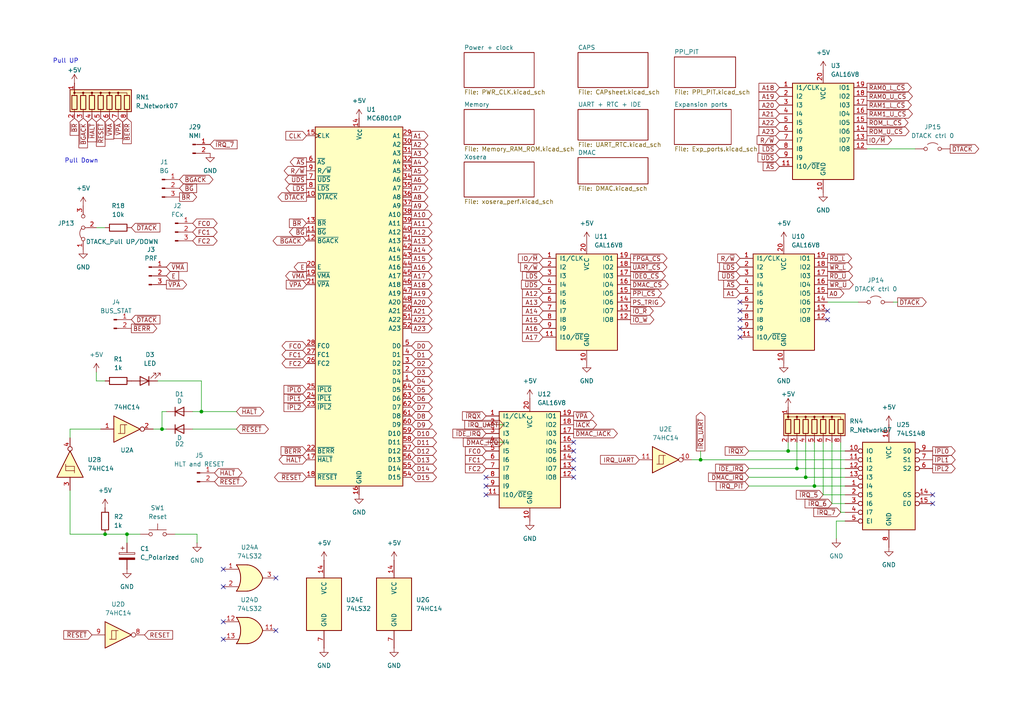
<source format=kicad_sch>
(kicad_sch (version 20250114) (generator "eeschema") (generator_version "9.0")
  (paper "A4")
  (text "Pull Down" (at 23.622 46.736 0) (effects (font (size 1.27 1.27))))
  (text "Pull UP\n" (at 19.05 17.78 0) (effects (font (size 1.27 1.27))))
  (junction (at 30.48 154.94))
  (junction (at 233.68 138.43))
  (junction (at 231.14 135.89))
  (junction (at 228.6 130.81))
  (junction (at 36.83 154.94))
  (junction (at 58.42 119.38))
  (junction (at 203.2 133.35))
  (junction (at 236.22 140.97))
  (junction (at 46.99 124.46))
  (no_connect (at 214.63 95.25))
  (no_connect (at 64.77 185.42))
  (no_connect (at 240.03 90.17))
  (no_connect (at 64.77 165.1))
  (no_connect (at 140.97 140.97))
  (no_connect (at 166.37 133.35))
  (no_connect (at 166.37 130.81))
  (no_connect (at 166.37 138.43))
  (no_connect (at 80.01 167.64))
  (no_connect (at 270.51 143.51))
  (no_connect (at 80.01 182.88))
  (no_connect (at 214.63 87.63))
  (no_connect (at 64.77 170.18))
  (no_connect (at 240.03 92.71))
  (no_connect (at 214.63 90.17))
  (no_connect (at 140.97 138.43))
  (no_connect (at 214.63 92.71))
  (no_connect (at 140.97 143.51))
  (no_connect (at 214.63 97.79))
  (no_connect (at 64.77 180.34))
  (no_connect (at 166.37 128.27))
  (no_connect (at 270.51 146.05))
  (no_connect (at 166.37 135.89))
  (wire (pts (xy 45.72 110.49) (xy 58.42 110.49)))
  (wire (pts (xy 46.99 124.46) (xy 48.26 124.46)))
  (wire (pts (xy 236.22 128.27) (xy 236.22 140.97)))
  (wire (pts (xy 36.83 157.48) (xy 36.83 154.94)))
  (wire (pts (xy 46.99 119.38) (xy 46.99 124.46)))
  (wire (pts (xy 140.97 128.27) (xy 146.05 128.27)))
  (wire (pts (xy 57.15 154.94) (xy 57.15 157.48)))
  (wire (pts (xy 238.76 143.51) (xy 238.76 128.27)))
  (wire (pts (xy 20.32 154.94) (xy 30.48 154.94)))
  (wire (pts (xy 55.88 119.38) (xy 58.42 119.38)))
  (wire (pts (xy 217.17 138.43) (xy 233.68 138.43)))
  (wire (pts (xy 240.03 87.63) (xy 248.92 87.63)))
  (wire (pts (xy 251.46 43.18) (xy 265.43 43.18)))
  (wire (pts (xy 27.94 110.49) (xy 30.48 110.49)))
  (wire (pts (xy 259.08 87.63) (xy 260.35 87.63)))
  (wire (pts (xy 27.94 66.04) (xy 30.48 66.04)))
  (wire (pts (xy 243.84 148.59) (xy 243.84 128.27)))
  (wire (pts (xy 241.3 128.27) (xy 241.3 146.05)))
  (wire (pts (xy 203.2 133.35) (xy 245.11 133.35)))
  (wire (pts (xy 46.99 124.46) (xy 44.45 124.46)))
  (wire (pts (xy 50.8 154.94) (xy 57.15 154.94)))
  (wire (pts (xy 217.17 130.81) (xy 228.6 130.81)))
  (wire (pts (xy 241.3 146.05) (xy 245.11 146.05)))
  (wire (pts (xy 58.42 119.38) (xy 68.58 119.38)))
  (wire (pts (xy 236.22 140.97) (xy 245.11 140.97)))
  (wire (pts (xy 27.94 107.95) (xy 27.94 110.49)))
  (wire (pts (xy 140.97 123.19) (xy 146.05 123.19)))
  (wire (pts (xy 228.6 130.81) (xy 245.11 130.81)))
  (wire (pts (xy 242.57 156.21) (xy 242.57 151.13)))
  (wire (pts (xy 30.48 154.94) (xy 36.83 154.94)))
  (wire (pts (xy 233.68 138.43) (xy 245.11 138.43)))
  (wire (pts (xy 228.6 128.27) (xy 228.6 130.81)))
  (wire (pts (xy 233.68 128.27) (xy 233.68 138.43)))
  (wire (pts (xy 242.57 151.13) (xy 245.11 151.13)))
  (wire (pts (xy 48.26 119.38) (xy 46.99 119.38)))
  (wire (pts (xy 231.14 135.89) (xy 245.11 135.89)))
  (wire (pts (xy 245.11 143.51) (xy 238.76 143.51)))
  (wire (pts (xy 245.11 148.59) (xy 243.84 148.59)))
  (wire (pts (xy 55.88 124.46) (xy 68.58 124.46)))
  (wire (pts (xy 217.17 135.89) (xy 231.14 135.89)))
  (wire (pts (xy 20.32 142.24) (xy 20.32 154.94)))
  (wire (pts (xy 58.42 110.49) (xy 58.42 119.38)))
  (wire (pts (xy 20.32 127) (xy 20.32 124.46)))
  (wire (pts (xy 36.83 154.94) (xy 40.64 154.94)))
  (wire (pts (xy 217.17 140.97) (xy 236.22 140.97)))
  (wire (pts (xy 203.2 130.81) (xy 203.2 133.35)))
  (wire (pts (xy 20.32 124.46) (xy 29.21 124.46)))
  (wire (pts (xy 200.66 133.35) (xy 203.2 133.35)))
  (wire (pts (xy 231.14 128.27) (xy 231.14 135.89)))
  (global_label "A16" (shape output) (at 119.38 77.47 0) (property "Intersheetrefs" "${INTERSHEET_REFS}" (effects (hide yes))))
  (global_label "~{IPL1}" (shape output) (at 270.51 133.35 0) (property "Intersheetrefs" "${INTERSHEET_REFS}" (effects (hide yes))))
  (global_label "A14" (shape output) (at 119.38 72.39 0) (property "Intersheetrefs" "${INTERSHEET_REFS}" (effects (hide yes))))
  (global_label "FC2" (shape bidirectional) (at 55.88 69.85 0) (property "Intersheetrefs" "${INTERSHEET_REFS}" (effects (hide yes))))
  (global_label "~{VPA}" (shape input) (at 34.29 34.29 270) (property "Intersheetrefs" "${INTERSHEET_REFS}" (effects (hide yes))))
  (global_label "A7" (shape output) (at 119.38 54.61 0) (property "Intersheetrefs" "${INTERSHEET_REFS}" (effects (hide yes))))
  (global_label "A9" (shape output) (at 119.38 59.69 0) (property "Intersheetrefs" "${INTERSHEET_REFS}" (effects (hide yes))))
  (global_label "~{BERR}" (shape input) (at 88.9 130.81 180) (property "Intersheetrefs" "${INTERSHEET_REFS}" (effects (hide yes))))
  (global_label "~{IRQ_7}" (shape input) (at 60.96 41.91 0) (property "Intersheetrefs" "${INTERSHEET_REFS}" (effects (hide yes))))
  (global_label "~{HALT}" (shape input) (at 26.67 34.29 270) (property "Intersheetrefs" "${INTERSHEET_REFS}" (effects (hide yes))))
  (global_label "PS_TRIG" (shape output) (at 182.88 87.63 0) (property "Intersheetrefs" "${INTERSHEET_REFS}" (effects (hide yes))))
  (global_label "~{WR_L}" (shape output) (at 240.03 77.47 0) (property "Intersheetrefs" "${INTERSHEET_REFS}" (effects (hide yes))))
  (global_label "~{BR}" (shape output) (at 52.07 57.15 0) (property "Intersheetrefs" "${INTERSHEET_REFS}" (effects (hide yes))))
  (global_label "E" (shape output) (at 88.9 77.47 180) (property "Intersheetrefs" "${INTERSHEET_REFS}" (effects (hide yes))))
  (global_label "D10" (shape bidirectional) (at 119.38 125.73 0) (property "Intersheetrefs" "${INTERSHEET_REFS}" (effects (hide yes))))
  (global_label "~{BGACK}" (shape bidirectional) (at 52.07 52.07 0) (property "Intersheetrefs" "${INTERSHEET_REFS}" (effects (hide yes))))
  (global_label "~{LDS}" (shape output) (at 88.9 54.61 180) (property "Intersheetrefs" "${INTERSHEET_REFS}" (effects (hide yes))))
  (global_label "~{DTACK}" (shape output) (at 275.59 43.18 0) (property "Intersheetrefs" "${INTERSHEET_REFS}" (effects (hide yes))))
  (global_label "~{IPL0}" (shape output) (at 270.51 130.81 0) (property "Intersheetrefs" "${INTERSHEET_REFS}" (effects (hide yes))))
  (global_label "~{IRQ_UART}" (shape output) (at 203.2 130.81 90) (property "Intersheetrefs" "${INTERSHEET_REFS}" (effects (hide yes))))
  (global_label "~{RD_L}" (shape output) (at 240.03 74.93 0) (property "Intersheetrefs" "${INTERSHEET_REFS}" (effects (hide yes))))
  (global_label "A23" (shape input) (at 226.06 38.1 180) (property "Intersheetrefs" "${INTERSHEET_REFS}" (effects (hide yes))))
  (global_label "~{IDE_IRQ}" (shape input) (at 140.97 125.73 180) (property "Intersheetrefs" "${INTERSHEET_REFS}" (effects (hide yes))))
  (global_label "A19" (shape input) (at 226.06 27.94 180) (property "Intersheetrefs" "${INTERSHEET_REFS}" (effects (hide yes))))
  (global_label "D0" (shape bidirectional) (at 119.38 100.33 0) (property "Intersheetrefs" "${INTERSHEET_REFS}" (effects (hide yes))))
  (global_label "D12" (shape bidirectional) (at 119.38 130.81 0) (property "Intersheetrefs" "${INTERSHEET_REFS}" (effects (hide yes))))
  (global_label "A20" (shape output) (at 119.38 87.63 0) (property "Intersheetrefs" "${INTERSHEET_REFS}" (effects (hide yes))))
  (global_label "IO{slash}~{M}" (shape output) (at 251.46 40.64 0) (property "Intersheetrefs" "${INTERSHEET_REFS}" (effects (hide yes))))
  (global_label "~{IRQ_UART}" (shape input) (at 146.05 123.19 180) (property "Intersheetrefs" "${INTERSHEET_REFS}" (effects (hide yes))))
  (global_label "A6" (shape output) (at 119.38 52.07 0) (property "Intersheetrefs" "${INTERSHEET_REFS}" (effects (hide yes))))
  (global_label "A20" (shape input) (at 226.06 30.48 180) (property "Intersheetrefs" "${INTERSHEET_REFS}" (effects (hide yes))))
  (global_label "E" (shape input) (at 48.26 80.01 0) (property "Intersheetrefs" "${INTERSHEET_REFS}" (effects (hide yes))))
  (global_label "~{DTACK}" (shape output) (at 260.35 87.63 0) (property "Intersheetrefs" "${INTERSHEET_REFS}" (effects (hide yes))))
  (global_label "~{RESET}" (shape input) (at 26.67 184.15 180) (property "Intersheetrefs" "${INTERSHEET_REFS}" (effects (hide yes))))
  (global_label "R{slash}~{W}" (shape input) (at 214.63 74.93 180) (property "Intersheetrefs" "${INTERSHEET_REFS}" (effects (hide yes))))
  (global_label "~{VPA}" (shape output) (at 166.37 120.65 0) (property "Intersheetrefs" "${INTERSHEET_REFS}" (effects (hide yes))))
  (global_label "A13" (shape input) (at 157.48 87.63 180) (property "Intersheetrefs" "${INTERSHEET_REFS}" (effects (hide yes))))
  (global_label "D9" (shape bidirectional) (at 119.38 123.19 0) (property "Intersheetrefs" "${INTERSHEET_REFS}" (effects (hide yes))))
  (global_label "~{ROM_U_CS}" (shape output) (at 251.46 38.1 0) (property "Intersheetrefs" "${INTERSHEET_REFS}" (effects (hide yes))))
  (global_label "~{IPL2}" (shape output) (at 270.51 135.89 0) (property "Intersheetrefs" "${INTERSHEET_REFS}" (effects (hide yes))))
  (global_label "D3" (shape bidirectional) (at 119.38 107.95 0) (property "Intersheetrefs" "${INTERSHEET_REFS}" (effects (hide yes))))
  (global_label "R{slash}~{W}" (shape input) (at 226.06 40.64 180) (property "Intersheetrefs" "${INTERSHEET_REFS}" (effects (hide yes))))
  (global_label "~{ROM_L_CS}" (shape output) (at 251.46 35.56 0) (property "Intersheetrefs" "${INTERSHEET_REFS}" (effects (hide yes))))
  (global_label "~{BG}" (shape input) (at 52.07 54.61 0) (property "Intersheetrefs" "${INTERSHEET_REFS}" (effects (hide yes))))
  (global_label "~{HALT}" (shape bidirectional) (at 68.58 119.38 0) (property "Intersheetrefs" "${INTERSHEET_REFS}" (effects (hide yes))))
  (global_label "~{VMA}" (shape input) (at 48.26 77.47 0) (property "Intersheetrefs" "${INTERSHEET_REFS}" (effects (hide yes))))
  (global_label "~{DTACK}" (shape input) (at 38.1 66.04 0) (property "Intersheetrefs" "${INTERSHEET_REFS}" (effects (hide yes))))
  (global_label "A22" (shape input) (at 226.06 35.56 180) (property "Intersheetrefs" "${INTERSHEET_REFS}" (effects (hide yes))))
  (global_label "A15" (shape input) (at 157.48 92.71 180) (property "Intersheetrefs" "${INTERSHEET_REFS}" (effects (hide yes))))
  (global_label "A1" (shape output) (at 119.38 39.37 0) (property "Intersheetrefs" "${INTERSHEET_REFS}" (effects (hide yes))))
  (global_label "~{UDS}" (shape input) (at 157.48 82.55 180) (property "Intersheetrefs" "${INTERSHEET_REFS}" (effects (hide yes))))
  (global_label "~{DMAC_IRQ}" (shape input) (at 146.05 128.27 180) (property "Intersheetrefs" "${INTERSHEET_REFS}" (effects (hide yes))))
  (global_label "A22" (shape output) (at 119.38 92.71 0) (property "Intersheetrefs" "${INTERSHEET_REFS}" (effects (hide yes))))
  (global_label "~{BR}" (shape input) (at 21.59 34.29 270) (property "Intersheetrefs" "${INTERSHEET_REFS}" (effects (hide yes))))
  (global_label "A23" (shape output) (at 119.38 95.25 0) (property "Intersheetrefs" "${INTERSHEET_REFS}" (effects (hide yes))))
  (global_label "~{LDS}" (shape input) (at 226.06 43.18 180) (property "Intersheetrefs" "${INTERSHEET_REFS}" (effects (hide yes))))
  (global_label "~{LDS}" (shape input) (at 214.63 77.47 180) (property "Intersheetrefs" "${INTERSHEET_REFS}" (effects (hide yes))))
  (global_label "A2" (shape output) (at 119.38 41.91 0) (property "Intersheetrefs" "${INTERSHEET_REFS}" (effects (hide yes))))
  (global_label "~{DTACK}" (shape output) (at 88.9 57.15 180) (property "Intersheetrefs" "${INTERSHEET_REFS}" (effects (hide yes))))
  (global_label "~{FPGA_CS}" (shape output) (at 182.88 74.93 0) (property "Intersheetrefs" "${INTERSHEET_REFS}" (effects (hide yes))))
  (global_label "~{BGACK}" (shape bidirectional) (at 88.9 69.85 180) (property "Intersheetrefs" "${INTERSHEET_REFS}" (effects (hide yes))))
  (global_label "FC0" (shape bidirectional) (at 55.88 64.77 0) (property "Intersheetrefs" "${INTERSHEET_REFS}" (effects (hide yes))))
  (global_label "R{slash}~{W}" (shape output) (at 88.9 49.53 180) (property "Intersheetrefs" "${INTERSHEET_REFS}" (effects (hide yes))))
  (global_label "A10" (shape output) (at 119.38 62.23 0) (property "Intersheetrefs" "${INTERSHEET_REFS}" (effects (hide yes))))
  (global_label "~{UDS}" (shape input) (at 214.63 80.01 180) (property "Intersheetrefs" "${INTERSHEET_REFS}" (effects (hide yes))))
  (global_label "A14" (shape input) (at 157.48 90.17 180) (property "Intersheetrefs" "${INTERSHEET_REFS}" (effects (hide yes))))
  (global_label "~{UDS}" (shape input) (at 226.06 45.72 180) (property "Intersheetrefs" "${INTERSHEET_REFS}" (effects (hide yes))))
  (global_label "~{HALT}" (shape bidirectional) (at 88.9 133.35 180) (property "Intersheetrefs" "${INTERSHEET_REFS}" (effects (hide yes))))
  (global_label "A11" (shape output) (at 119.38 64.77 0) (property "Intersheetrefs" "${INTERSHEET_REFS}" (effects (hide yes))))
  (global_label "D8" (shape bidirectional) (at 119.38 120.65 0) (property "Intersheetrefs" "${INTERSHEET_REFS}" (effects (hide yes))))
  (global_label "D1" (shape bidirectional) (at 119.38 102.87 0) (property "Intersheetrefs" "${INTERSHEET_REFS}" (effects (hide yes))))
  (global_label "A17" (shape input) (at 157.48 97.79 180) (property "Intersheetrefs" "${INTERSHEET_REFS}" (effects (hide yes))))
  (global_label "~{DTACK}" (shape input) (at 38.1 92.71 0) (property "Intersheetrefs" "${INTERSHEET_REFS}" (effects (hide yes))))
  (global_label "A15" (shape output) (at 119.38 74.93 0) (property "Intersheetrefs" "${INTERSHEET_REFS}" (effects (hide yes))))
  (global_label "~{IDE0_CS}" (shape output) (at 182.88 80.01 0) (property "Intersheetrefs" "${INTERSHEET_REFS}" (effects (hide yes))))
  (global_label "~{DMAC_IRQ}" (shape input) (at 217.17 138.43 180) (property "Intersheetrefs" "${INTERSHEET_REFS}" (effects (hide yes))))
  (global_label "~{DMAC_IACK}" (shape output) (at 166.37 125.73 0) (property "Intersheetrefs" "${INTERSHEET_REFS}" (effects (hide yes))))
  (global_label "A21" (shape output) (at 119.38 90.17 0) (property "Intersheetrefs" "${INTERSHEET_REFS}" (effects (hide yes))))
  (global_label "~{VMA}" (shape output) (at 88.9 80.01 180) (property "Intersheetrefs" "${INTERSHEET_REFS}" (effects (hide yes))))
  (global_label "~{IO_R}" (shape output) (at 182.88 90.17 0) (property "Intersheetrefs" "${INTERSHEET_REFS}" (effects (hide yes))))
  (global_label "A18" (shape input) (at 226.06 25.4 180) (property "Intersheetrefs" "${INTERSHEET_REFS}" (effects (hide yes))))
  (global_label "~{DMAC_CS}" (shape output) (at 182.88 82.55 0) (property "Intersheetrefs" "${INTERSHEET_REFS}" (effects (hide yes))))
  (global_label "D7" (shape bidirectional) (at 119.38 118.11 0) (property "Intersheetrefs" "${INTERSHEET_REFS}" (effects (hide yes))))
  (global_label "~{WR_U}" (shape output) (at 240.03 82.55 0) (property "Intersheetrefs" "${INTERSHEET_REFS}" (effects (hide yes))))
  (global_label "D11" (shape bidirectional) (at 119.38 128.27 0) (property "Intersheetrefs" "${INTERSHEET_REFS}" (effects (hide yes))))
  (global_label "~{IPL0}" (shape input) (at 88.9 113.03 180) (property "Intersheetrefs" "${INTERSHEET_REFS}" (effects (hide yes))))
  (global_label "~{RD_U}" (shape output) (at 240.03 80.01 0) (property "Intersheetrefs" "${INTERSHEET_REFS}" (effects (hide yes))))
  (global_label "A0" (shape output) (at 240.03 85.09 0) (property "Intersheetrefs" "${INTERSHEET_REFS}" (effects (hide yes))))
  (global_label "FC1" (shape input) (at 140.97 133.35 180) (property "Intersheetrefs" "${INTERSHEET_REFS}" (effects (hide yes))))
  (global_label "~{RAM0_L_CS}" (shape output) (at 251.46 25.4 0) (property "Intersheetrefs" "${INTERSHEET_REFS}" (effects (hide yes))))
  (global_label "A16" (shape input) (at 157.48 95.25 180) (property "Intersheetrefs" "${INTERSHEET_REFS}" (effects (hide yes))))
  (global_label "FC0" (shape bidirectional) (at 88.9 100.33 180) (property "Intersheetrefs" "${INTERSHEET_REFS}" (effects (hide yes))))
  (global_label "A8" (shape output) (at 119.38 57.15 0) (property "Intersheetrefs" "${INTERSHEET_REFS}" (effects (hide yes))))
  (global_label "FC2" (shape input) (at 140.97 135.89 180) (property "Intersheetrefs" "${INTERSHEET_REFS}" (effects (hide yes))))
  (global_label "~{AS}" (shape input) (at 214.63 82.55 180) (property "Intersheetrefs" "${INTERSHEET_REFS}" (effects (hide yes))))
  (global_label "A21" (shape input) (at 226.06 33.02 180) (property "Intersheetrefs" "${INTERSHEET_REFS}" (effects (hide yes))))
  (global_label "D15" (shape bidirectional) (at 119.38 138.43 0) (property "Intersheetrefs" "${INTERSHEET_REFS}" (effects (hide yes))))
  (global_label "~{HALT}" (shape bidirectional) (at 62.23 137.16 0) (property "Intersheetrefs" "${INTERSHEET_REFS}" (effects (hide yes))))
  (global_label "~{RESET}" (shape bidirectional) (at 88.9 138.43 180) (property "Intersheetrefs" "${INTERSHEET_REFS}" (effects (hide yes))))
  (global_label "CLK" (shape input) (at 88.9 39.37 180) (property "Intersheetrefs" "${INTERSHEET_REFS}" (effects (hide yes))))
  (global_label "~{IRQ_5}" (shape input) (at 238.76 143.51 180) (property "Intersheetrefs" "${INTERSHEET_REFS}" (effects (hide yes))))
  (global_label "D4" (shape bidirectional) (at 119.38 110.49 0) (property "Intersheetrefs" "${INTERSHEET_REFS}" (effects (hide yes))))
  (global_label "~{UDS}" (shape output) (at 88.9 52.07 180) (property "Intersheetrefs" "${INTERSHEET_REFS}" (effects (hide yes))))
  (global_label "A3" (shape output) (at 119.38 44.45 0) (property "Intersheetrefs" "${INTERSHEET_REFS}" (effects (hide yes))))
  (global_label "~{IRQ_7}" (shape input) (at 243.84 148.59 180) (property "Intersheetrefs" "${INTERSHEET_REFS}" (effects (hide yes))))
  (global_label "~{AS}" (shape input) (at 226.06 48.26 180) (property "Intersheetrefs" "${INTERSHEET_REFS}" (effects (hide yes))))
  (global_label "D13" (shape bidirectional) (at 119.38 133.35 0) (property "Intersheetrefs" "${INTERSHEET_REFS}" (effects (hide yes))))
  (global_label "~{IO_W}" (shape output) (at 182.88 92.71 0) (property "Intersheetrefs" "${INTERSHEET_REFS}" (effects (hide yes))))
  (global_label "~{IPL1}" (shape input) (at 88.9 115.57 180) (property "Intersheetrefs" "${INTERSHEET_REFS}" (effects (hide yes))))
  (global_label "~{BG}" (shape output) (at 88.9 67.31 180) (property "Intersheetrefs" "${INTERSHEET_REFS}" (effects (hide yes))))
  (global_label "FC0" (shape input) (at 140.97 130.81 180) (property "Intersheetrefs" "${INTERSHEET_REFS}" (effects (hide yes))))
  (global_label "~{AS}" (shape output) (at 88.9 46.99 180) (property "Intersheetrefs" "${INTERSHEET_REFS}" (effects (hide yes))))
  (global_label "R{slash}~{W}" (shape input) (at 157.48 77.47 180) (property "Intersheetrefs" "${INTERSHEET_REFS}" (effects (hide yes))))
  (global_label "~{VPA}" (shape input) (at 88.9 82.55 180) (property "Intersheetrefs" "${INTERSHEET_REFS}" (effects (hide yes))))
  (global_label "~{IRQ_6}" (shape input) (at 241.3 146.05 180) (property "Intersheetrefs" "${INTERSHEET_REFS}" (effects (hide yes))))
  (global_label "~{IRQ_PIT}" (shape input) (at 217.17 140.97 180) (property "Intersheetrefs" "${INTERSHEET_REFS}" (effects (hide yes))))
  (global_label "~{RAM0_U_CS}" (shape output) (at 251.46 27.94 0) (property "Intersheetrefs" "${INTERSHEET_REFS}" (effects (hide yes))))
  (global_label "~{RESET}" (shape input) (at 29.21 34.29 270) (property "Intersheetrefs" "${INTERSHEET_REFS}" (effects (hide yes))))
  (global_label "A12" (shape output) (at 119.38 67.31 0) (property "Intersheetrefs" "${INTERSHEET_REFS}" (effects (hide yes))))
  (global_label "A12" (shape input) (at 157.48 85.09 180) (property "Intersheetrefs" "${INTERSHEET_REFS}" (effects (hide yes))))
  (global_label "~{IRQX}" (shape input) (at 217.17 130.81 180) (property "Intersheetrefs" "${INTERSHEET_REFS}" (effects (hide yes))))
  (global_label "FC1" (shape bidirectional) (at 55.88 67.31 0) (property "Intersheetrefs" "${INTERSHEET_REFS}" (effects (hide yes))))
  (global_label "~{BGACK}" (shape input) (at 24.13 34.29 270) (property "Intersheetrefs" "${INTERSHEET_REFS}" (effects (hide yes))))
  (global_label "D2" (shape bidirectional) (at 119.38 105.41 0) (property "Intersheetrefs" "${INTERSHEET_REFS}" (effects (hide yes))))
  (global_label "~{BERR}" (shape output) (at 38.1 95.25 0) (property "Intersheetrefs" "${INTERSHEET_REFS}" (effects (hide yes))))
  (global_label "~{LDS}" (shape input) (at 157.48 80.01 180) (property "Intersheetrefs" "${INTERSHEET_REFS}" (effects (hide yes))))
  (global_label "RESET" (shape input) (at 41.91 184.15 0) (property "Intersheetrefs" "${INTERSHEET_REFS}" (effects (hide yes))))
  (global_label "~{RESET}" (shape bidirectional) (at 68.58 124.46 0) (property "Intersheetrefs" "${INTERSHEET_REFS}" (effects (hide yes))))
  (global_label "~{BR}" (shape input) (at 88.9 64.77 180) (property "Intersheetrefs" "${INTERSHEET_REFS}" (effects (hide yes))))
  (global_label "~{IRQX}" (shape input) (at 140.97 120.65 180) (property "Intersheetrefs" "${INTERSHEET_REFS}" (effects (hide yes))))
  (global_label "A1" (shape input) (at 214.63 85.09 180) (property "Intersheetrefs" "${INTERSHEET_REFS}" (effects (hide yes))))
  (global_label "A5" (shape output) (at 119.38 49.53 0) (property "Intersheetrefs" "${INTERSHEET_REFS}" (effects (hide yes))))
  (global_label "~{RESET}" (shape bidirectional) (at 62.23 139.7 0) (property "Intersheetrefs" "${INTERSHEET_REFS}" (effects (hide yes))))
  (global_label "IO{slash}~{M}" (shape input) (at 157.48 74.93 180) (property "Intersheetrefs" "${INTERSHEET_REFS}" (effects (hide yes))))
  (global_label "FC2" (shape bidirectional) (at 88.9 105.41 180) (property "Intersheetrefs" "${INTERSHEET_REFS}" (effects (hide yes))))
  (global_label "~{UART_CS}" (shape output) (at 182.88 77.47 0) (property "Intersheetrefs" "${INTERSHEET_REFS}" (effects (hide yes))))
  (global_label "D6" (shape bidirectional) (at 119.38 115.57 0) (property "Intersheetrefs" "${INTERSHEET_REFS}" (effects (hide yes))))
  (global_label "D5" (shape bidirectional) (at 119.38 113.03 0) (property "Intersheetrefs" "${INTERSHEET_REFS}" (effects (hide yes))))
  (global_label "~{PPI_CS}" (shape output) (at 182.88 85.09 0) (property "Intersheetrefs" "${INTERSHEET_REFS}" (effects (hide yes))))
  (global_label "~{RAM1_U_CS}" (shape output) (at 251.46 33.02 0) (property "Intersheetrefs" "${INTERSHEET_REFS}" (effects (hide yes))))
  (global_label "~{IDE_IRQ}" (shape input) (at 217.17 135.89 180) (property "Intersheetrefs" "${INTERSHEET_REFS}" (effects (hide yes))))
  (global_label "~{IACK}" (shape output) (at 166.37 123.19 0) (property "Intersheetrefs" "${INTERSHEET_REFS}" (effects (hide yes))))
  (global_label "A4" (shape output) (at 119.38 46.99 0) (property "Intersheetrefs" "${INTERSHEET_REFS}" (effects (hide yes))))
  (global_label "~{VPA}" (shape output) (at 48.26 82.55 0) (property "Intersheetrefs" "${INTERSHEET_REFS}" (effects (hide yes))))
  (global_label "A18" (shape output) (at 119.38 82.55 0) (property "Intersheetrefs" "${INTERSHEET_REFS}" (effects (hide yes))))
  (global_label "~{IPL2}" (shape input) (at 88.9 118.11 180) (property "Intersheetrefs" "${INTERSHEET_REFS}" (effects (hide yes))))
  (global_label "~{VMA}" (shape input) (at 31.75 34.29 270) (property "Intersheetrefs" "${INTERSHEET_REFS}" (effects (hide yes))))
  (global_label "~{RAM1_L_CS}" (shape output) (at 251.46 30.48 0) (property "Intersheetrefs" "${INTERSHEET_REFS}" (effects (hide yes))))
  (global_label "~{BERR}" (shape input) (at 36.83 34.29 270) (property "Intersheetrefs" "${INTERSHEET_REFS}" (effects (hide yes))))
  (global_label "IRQ_UART" (shape input) (at 185.42 133.35 180) (property "Intersheetrefs" "${INTERSHEET_REFS}" (effects (hide yes))))
  (global_label "FC1" (shape bidirectional) (at 88.9 102.87 180) (property "Intersheetrefs" "${INTERSHEET_REFS}" (effects (hide yes))))
  (global_label "A19" (shape output) (at 119.38 85.09 0) (property "Intersheetrefs" "${INTERSHEET_REFS}" (effects (hide yes))))
  (global_label "D14" (shape bidirectional) (at 119.38 135.89 0) (property "Intersheetrefs" "${INTERSHEET_REFS}" (effects (hide yes))))
  (global_label "A17" (shape output) (at 119.38 80.01 0) (property "Intersheetrefs" "${INTERSHEET_REFS}" (effects (hide yes))))
  (global_label "A13" (shape output) (at 119.38 69.85 0) (property "Intersheetrefs" "${INTERSHEET_REFS}" (effects (hide yes))))
  (symbol (lib_id "Device:R") (at 30.48 151.13 180) (unit 1)
    (property "Reference" "R2" (at 33.02 149.8599 0) (effects (justify right)))
    (property "Value" "1k" (at 33.02 152.3999 0) (effects (justify right)))
    (property "Footprint" "Resistor_THT:R_Axial_DIN0207_L6.3mm_D2.5mm_P10.16mm_Horizontal" (effects (hide yes)))
    (property "Description" "Resistor" (effects (hide yes)))
  )
  (symbol (lib_id "74xx:74LS32") (at 93.98 175.26 0) (unit 5)
    (property "Reference" "U24" (at 100.33 173.9899 0) (effects (justify left)))
    (property "Value" "74LS32" (at 100.33 176.5299 0) (effects (justify left)))
    (property "Footprint" "Package_DIP:DIP-14_W7.62mm_Socket_LongPads" (effects (hide yes)))
    (property "Datasheet" "http://www.ti.com/lit/gpn/sn74LS32" (effects (hide yes)))
    (property "Description" "Quad 2-input OR" (effects (hide yes)))
  )
  (symbol (lib_id "74xx:74HC14") (at 193.04 133.35 0) (unit 5)
    (property "Reference" "U2" (at 193.04 124.46 0))
    (property "Value" "74HC14" (at 193.04 127 0))
    (property "Footprint" "Package_DIP:DIP-14_W7.62mm_Socket_LongPads" (effects (hide yes)))
    (property "Datasheet" "http://www.ti.com/lit/gpn/sn74HC14" (effects (hide yes)))
    (property "Description" "Hex inverter schmitt trigger" (effects (hide yes)))
  )
  (symbol (lib_id "power:GND") (at 170.18 105.41 0) (unit 1)
    (property "Reference" "#PWR25" (effects (hide yes)))
    (property "Value" "GND" (at 170.18 110.49 0))
    (property "Description" "Power symbol creates a global label with name \"GND\" , ground" (effects (hide yes)))
  )
  (symbol (lib_id "74xx:74HC14") (at 36.83 124.46 0) (unit 1)
    (property "Reference" "U2" (at 36.83 130.556 0))
    (property "Value" "74HC14" (at 36.83 118.11 0))
    (property "Footprint" "Package_DIP:DIP-14_W7.62mm_Socket_LongPads" (effects (hide yes)))
    (property "Datasheet" "http://www.ti.com/lit/gpn/sn74HC14" (effects (hide yes)))
    (property "Description" "Hex inverter schmitt trigger" (effects (hide yes)))
  )
  (symbol (lib_id "power:+5V") (at 114.3 162.56 0) (unit 1)
    (property "Reference" "#PWR080" (effects (hide yes)))
    (property "Value" "+5V" (at 114.3 157.48 0))
    (property "Description" "Power symbol creates a global label with name \"+5V\"" (effects (hide yes)))
  )
  (symbol (lib_id "power:+5V") (at 238.76 20.32 0) (unit 1)
    (property "Reference" "#PWR15" (effects (hide yes)))
    (property "Value" "+5V" (at 238.76 15.24 0))
    (property "Description" "Power symbol creates a global label with name \"+5V\"" (effects (hide yes)))
  )
  (symbol (lib_id "Device:D") (at 52.07 124.46 0) (unit 1)
    (property "Reference" "D2" (at 52.07 128.778 0))
    (property "Value" "D" (at 52.07 127 0))
    (property "Footprint" "Diode_THT:D_DO-35_SOD27_P7.62mm_Horizontal" (effects (hide yes)))
    (property "Description" "Diode" (effects (hide yes)))
    (property "Sim.Device" "D" (effects (hide yes)))
    (property "Sim.Pins" "1=K 2=A" (effects (hide yes)))
  )
  (symbol (lib_id "power:GND") (at 104.14 143.51 0) (unit 1)
    (property "Reference" "#PWR1" (effects (hide yes)))
    (property "Value" "GND" (at 104.14 148.59 0))
    (property "Description" "Power symbol creates a global label with name \"GND\" , ground" (effects (hide yes)))
  )
  (symbol (lib_id "power:GND") (at 227.33 105.41 0) (unit 1)
    (property "Reference" "#PWR17" (effects (hide yes)))
    (property "Value" "GND" (at 227.33 110.49 0))
    (property "Description" "Power symbol creates a global label with name \"GND\" , ground" (effects (hide yes)))
  )
  (symbol (lib_id "power:+5V") (at 257.81 123.19 0) (unit 1)
    (property "Reference" "#PWR0107" (effects (hide yes)))
    (property "Value" "+5V" (at 257.81 118.11 0))
    (property "Description" "Power symbol creates a global label with name \"+5V\"" (effects (hide yes)))
  )
  (symbol (lib_id "Switch:SW_Push") (at 45.72 154.94 0) (unit 1)
    (property "Reference" "SW1" (at 45.72 147.32 0))
    (property "Value" "Reset" (at 45.72 149.86 0))
    (property "Footprint" "Button_Switch_THT:SW_PUSH_6mm" (effects (hide yes)))
    (property "Description" "Push button switch, generic, two pins" (effects (hide yes)))
  )
  (symbol (lib_id "power:+5V") (at 27.94 107.95 0) (unit 1)
    (property "Reference" "#PWR3" (effects (hide yes)))
    (property "Value" "+5V" (at 27.94 102.87 0))
    (property "Description" "Power symbol creates a global label with name \"+5V\"" (effects (hide yes)))
  )
  (symbol (lib_id "power:+5V") (at 21.59 24.13 0) (unit 1)
    (property "Reference" "#PWR078" (effects (hide yes)))
    (property "Value" "+5V" (at 21.59 20.32 0))
    (property "Description" "Power symbol creates a global label with name \"+5V\"" (effects (hide yes)))
  )
  (symbol (lib_id "Device:R_Network07") (at 29.21 29.21 0) (unit 1)
    (property "Reference" "RN1" (at 39.37 28.1939 0) (effects (justify left)))
    (property "Value" "R_Network07" (at 39.37 30.7339 0) (effects (justify left)))
    (property "Footprint" "Resistor_THT:R_Array_SIP8" (effects (hide yes)))
    (property "Datasheet" "http://www.vishay.com/docs/31509/csc.pdf" (effects (hide yes)))
    (property "Description" "7 resistor network, star topology, bussed resistors, small symbol" (effects (hide yes)))
  )
  (symbol (lib_id "Logic_Programmable:GAL16V8") (at 153.67 133.35 0) (unit 1)
    (property "Reference" "U12" (at 155.8641 114.3 0) (effects (justify left)))
    (property "Value" "GAL16V8" (at 155.8641 116.84 0) (effects (justify left)))
    (property "Footprint" "Package_DIP:DIP-20_W7.62mm_Socket_LongPads" (effects (hide yes)))
    (property "Description" "Programmable Logic Array, DIP-20/SOIC-20/PLCC-20" (effects (hide yes)))
  )
  (symbol (lib_id "Device:D") (at 52.07 119.38 0) (unit 1)
    (property "Reference" "D1" (at 52.07 114.3 0))
    (property "Value" "D" (at 52.07 116.332 0))
    (property "Footprint" "Diode_THT:D_DO-35_SOD27_P7.62mm_Horizontal" (effects (hide yes)))
    (property "Description" "Diode" (effects (hide yes)))
    (property "Sim.Device" "D" (effects (hide yes)))
    (property "Sim.Pins" "1=K 2=A" (effects (hide yes)))
  )
  (symbol (lib_id "Jumper:Jumper_2_Open") (at 270.51 43.18 0) (unit 1)
    (property "Reference" "JP15" (at 270.51 36.83 0))
    (property "Value" "DTACK ctrl 0" (at 270.51 39.37 0))
    (property "Footprint" "Connector_PinHeader_2.54mm:PinHeader_1x02_P2.54mm_Vertical" (effects (hide yes)))
    (property "Description" "Jumper, 2-pole, open" (effects (hide yes)))
  )
  (symbol (lib_id "power:GND") (at 36.83 165.1 0) (unit 1)
    (property "Reference" "#PWR6" (effects (hide yes)))
    (property "Value" "GND" (at 36.83 170.18 0))
    (property "Description" "Power symbol creates a global label with name \"GND\" , ground" (effects (hide yes)))
  )
  (symbol (lib_id "Device:LED") (at 41.91 110.49 180) (unit 1)
    (property "Reference" "D3" (at 43.4975 102.87 0))
    (property "Value" "LED" (at 43.4975 105.41 0))
    (property "Footprint" "LED_THT:LED_D4.0mm" (effects (hide yes)))
    (property "Description" "Light emitting diode" (effects (hide yes)))
    (property "Sim.Pins" "1=K 2=A" (effects (hide yes)))
  )
  (symbol (lib_id "power:+5V") (at 153.67 115.57 0) (unit 1)
    (property "Reference" "#PWR26" (effects (hide yes)))
    (property "Value" "+5V" (at 153.67 110.49 0))
    (property "Description" "Power symbol creates a global label with name \"+5V\"" (effects (hide yes)))
  )
  (symbol (lib_id "power:GND") (at 257.81 158.75 0) (unit 1)
    (property "Reference" "#PWR0108" (effects (hide yes)))
    (property "Value" "GND" (at 257.81 163.83 0))
    (property "Description" "Power symbol creates a global label with name \"GND\" , ground" (effects (hide yes)))
  )
  (symbol (lib_id "power:GND") (at 153.67 151.13 0) (unit 1)
    (property "Reference" "#PWR27" (effects (hide yes)))
    (property "Value" "GND" (at 153.67 156.21 0))
    (property "Description" "Power symbol creates a global label with name \"GND\" , ground" (effects (hide yes)))
  )
  (symbol (lib_id "Jumper:Jumper_2_Open") (at 254 87.63 0) (unit 1)
    (property "Reference" "JP14" (at 254 81.28 0))
    (property "Value" "DTACK ctrl 0" (at 254 83.82 0))
    (property "Footprint" "Connector_PinHeader_2.54mm:PinHeader_1x02_P2.54mm_Vertical" (effects (hide yes)))
    (property "Description" "Jumper, 2-pole, open" (effects (hide yes)))
  )
  (symbol (lib_id "Connector:Conn_01x03_Pin") (at 50.8 67.31 0) (unit 1)
    (property "Reference" "J2" (at 51.435 59.69 0))
    (property "Value" "FCx" (at 51.435 62.23 0))
    (property "Footprint" "Connector_PinHeader_2.54mm:PinHeader_1x03_P2.54mm_Vertical" (effects (hide yes)))
    (property "Description" "Generic connector, single row, 01x03, script generated" (effects (hide yes)))
  )
  (symbol (lib_id "Device:R") (at 34.29 66.04 90) (unit 1)
    (property "Reference" "R18" (at 34.29 59.69 90))
    (property "Value" "10k" (at 34.29 62.23 90))
    (property "Footprint" "Resistor_THT:R_Axial_DIN0207_L6.3mm_D2.5mm_P10.16mm_Horizontal" (effects (hide yes)))
    (property "Description" "Resistor" (effects (hide yes)))
  )
  (symbol (lib_id "power:GND") (at 242.57 156.21 0) (unit 1)
    (property "Reference" "#PWR0109" (effects (hide yes)))
    (property "Value" "GND" (at 242.57 161.29 0))
    (property "Description" "Power symbol creates a global label with name \"GND\" , ground" (effects (hide yes)))
  )
  (symbol (lib_id "Connector:Conn_01x03_Pin") (at 46.99 54.61 0) (unit 1)
    (property "Reference" "J1" (at 47.625 46.99 0))
    (property "Value" "BG" (at 47.625 49.53 0))
    (property "Footprint" "Connector_PinHeader_2.54mm:PinHeader_1x03_P2.54mm_Vertical" (effects (hide yes)))
    (property "Description" "Generic connector, single row, 01x03, script generated" (effects (hide yes)))
  )
  (symbol (lib_id "CPU_NXP_68000:MC68010P") (at 104.14 90.17 0) (unit 1)
    (property "Reference" "U1" (at 106.2833 31.75 0) (effects (justify left)))
    (property "Value" "MC68010P" (at 106.2833 34.29 0) (effects (justify left)))
    (property "Footprint" "Package_DIP:DIP-64_W22.86mm_Socket_LongPads" (effects (hide yes)))
    (property "Datasheet" "https://www.nxp.com/docs/en/reference-manual/MC68000UM.pdf" (effects (hide yes)))
    (property "Description" "16/32-bit microprocessor, 16-bit external data bus, 23-bit external address bus (effectively 24-bit), virtual memory support, loop mode, DIP-64 (900 mil, case 754-01)" (effects (hide yes)))
  )
  (symbol (lib_id "74xx:74HC14") (at 34.29 184.15 0) (unit 4)
    (property "Reference" "U2" (at 34.29 175.26 0))
    (property "Value" "74HC14" (at 34.29 177.8 0))
    (property "Footprint" "Package_DIP:DIP-14_W7.62mm_Socket_LongPads" (effects (hide yes)))
    (property "Datasheet" "http://www.ti.com/lit/gpn/sn74HC14" (effects (hide yes)))
    (property "Description" "Hex inverter schmitt trigger" (effects (hide yes)))
  )
  (symbol (lib_id "Device:R") (at 34.29 110.49 90) (unit 1)
    (property "Reference" "R1" (at 34.29 104.14 90))
    (property "Value" "1k" (at 34.29 106.68 90))
    (property "Footprint" "Resistor_THT:R_Axial_DIN0207_L6.3mm_D2.5mm_P10.16mm_Horizontal" (effects (hide yes)))
    (property "Description" "Resistor" (effects (hide yes)))
  )
  (symbol (lib_id "power:GND") (at 24.13 72.39 0) (unit 1)
    (property "Reference" "#PWR077" (effects (hide yes)))
    (property "Value" "GND" (at 24.13 77.47 0))
    (property "Description" "Power symbol creates a global label with name \"GND\" , ground" (effects (hide yes)))
  )
  (symbol (lib_id "power:+5V") (at 104.14 34.29 0) (unit 1)
    (property "Reference" "#PWR2" (effects (hide yes)))
    (property "Value" "+5V" (at 104.14 29.21 0))
    (property "Description" "Power symbol creates a global label with name \"+5V\"" (effects (hide yes)))
  )
  (symbol (lib_id "power:+5V") (at 228.6 118.11 0) (unit 1)
    (property "Reference" "#PWR0106" (effects (hide yes)))
    (property "Value" "+5V" (at 228.6 114.3 0))
    (property "Description" "Power symbol creates a global label with name \"+5V\"" (effects (hide yes)))
  )
  (symbol (lib_id "74xx:74HC14") (at 114.3 175.26 0) (unit 7)
    (property "Reference" "U2" (at 120.65 173.9899 0) (effects (justify left)))
    (property "Value" "74HC14" (at 120.65 176.5299 0) (effects (justify left)))
    (property "Footprint" "Package_DIP:DIP-14_W7.62mm_Socket_LongPads" (effects (hide yes)))
    (property "Datasheet" "http://www.ti.com/lit/gpn/sn74HC14" (effects (hide yes)))
    (property "Description" "Hex inverter schmitt trigger" (effects (hide yes)))
  )
  (symbol (lib_id "Jumper:Jumper_3_Bridged12") (at 24.13 66.04 90) (unit 1) (in_bom no)
    (property "Reference" "JP13" (at 21.59 64.7699 90) (effects (justify left)))
    (property "Value" "DTACK_Pull UP/DOWN" (at 45.974 70.104 90) (effects (justify left)))
    (property "Footprint" "Connector_PinHeader_2.54mm:PinHeader_1x03_P2.54mm_Vertical" (effects (hide yes)))
    (property "Description" "Jumper, 3-pole, pins 1+2 closed/bridged" (effects (hide yes)))
  )
  (symbol (lib_id "power:GND") (at 60.96 44.45 0) (unit 1)
    (property "Reference" "#PWR0162" (effects (hide yes)))
    (property "Value" "GND" (at 60.96 49.53 0))
    (property "Description" "Power symbol creates a global label with name \"GND\" , ground" (effects (hide yes)))
  )
  (symbol (lib_id "power:+5V") (at 30.48 147.32 0) (unit 1)
    (property "Reference" "#PWR4" (effects (hide yes)))
    (property "Value" "+5V" (at 30.48 142.24 0))
    (property "Description" "Power symbol creates a global label with name \"+5V\"" (effects (hide yes)))
  )
  (symbol (lib_id "power:GND") (at 114.3 187.96 0) (unit 1)
    (property "Reference" "#PWR079" (effects (hide yes)))
    (property "Value" "GND" (at 114.3 193.04 0))
    (property "Description" "Power symbol creates a global label with name \"GND\" , ground" (effects (hide yes)))
  )
  (symbol (lib_id "Device:R_Network07") (at 236.22 123.19 0) (unit 1)
    (property "Reference" "RN4" (at 246.38 122.1739 0) (effects (justify left)))
    (property "Value" "R_Network07" (at 246.38 124.7139 0) (effects (justify left)))
    (property "Footprint" "Resistor_THT:R_Array_SIP8" (effects (hide yes)))
    (property "Datasheet" "http://www.vishay.com/docs/31509/csc.pdf" (effects (hide yes)))
    (property "Description" "7 resistor network, star topology, bussed resistors, small symbol" (effects (hide yes)))
  )
  (symbol (lib_id "74xx:74LS32") (at 72.39 167.64 0) (unit 1)
    (property "Reference" "U24" (at 72.39 158.75 0))
    (property "Value" "74LS32" (at 72.39 161.29 0))
    (property "Footprint" "Package_DIP:DIP-14_W7.62mm_Socket_LongPads" (effects (hide yes)))
    (property "Datasheet" "http://www.ti.com/lit/gpn/sn74LS32" (effects (hide yes)))
    (property "Description" "Quad 2-input OR" (effects (hide yes)))
  )
  (symbol (lib_id "74xx:74HC14") (at 20.32 134.62 90) (unit 2)
    (property "Reference" "U2" (at 25.4 133.3499 90) (effects (justify right)))
    (property "Value" "74HC14" (at 25.4 135.8899 90) (effects (justify right)))
    (property "Footprint" "Package_DIP:DIP-14_W7.62mm_Socket_LongPads" (effects (hide yes)))
    (property "Datasheet" "http://www.ti.com/lit/gpn/sn74HC14" (effects (hide yes)))
    (property "Description" "Hex inverter schmitt trigger" (effects (hide yes)))
  )
  (symbol (lib_id "Connector:Conn_01x03_Pin") (at 43.18 80.01 0) (unit 1)
    (property "Reference" "J3" (at 43.815 72.39 0))
    (property "Value" "PRF" (at 43.815 74.93 0))
    (property "Footprint" "Connector_PinHeader_2.54mm:PinHeader_1x03_P2.54mm_Vertical" (effects (hide yes)))
    (property "Description" "Generic connector, single row, 01x03, script generated" (effects (hide yes)))
  )
  (symbol (lib_id "power:+5V") (at 93.98 162.56 0) (unit 1)
    (property "Reference" "#PWR0102" (effects (hide yes)))
    (property "Value" "+5V" (at 93.98 157.48 0))
    (property "Description" "Power symbol creates a global label with name \"+5V\"" (effects (hide yes)))
  )
  (symbol (lib_id "power:GND") (at 238.76 55.88 0) (unit 1)
    (property "Reference" "#PWR18" (effects (hide yes)))
    (property "Value" "GND" (at 238.76 60.96 0))
    (property "Description" "Power symbol creates a global label with name \"GND\" , ground" (effects (hide yes)))
  )
  (symbol (lib_id "power:GND") (at 57.15 157.48 0) (unit 1)
    (property "Reference" "#PWR5" (effects (hide yes)))
    (property "Value" "GND" (at 57.15 162.56 0))
    (property "Description" "Power symbol creates a global label with name \"GND\" , ground" (effects (hide yes)))
  )
  (symbol (lib_id "Logic_Programmable:GAL16V8") (at 227.33 87.63 0) (unit 1)
    (property "Reference" "U10" (at 229.5241 68.58 0) (effects (justify left)))
    (property "Value" "GAL16V8" (at 229.5241 71.12 0) (effects (justify left)))
    (property "Footprint" "Package_DIP:DIP-20_W7.62mm_Socket_LongPads" (effects (hide yes)))
    (property "Description" "Programmable Logic Array, DIP-20/SOIC-20/PLCC-20" (effects (hide yes)))
  )
  (symbol (lib_id "Connector:Conn_01x02_Pin") (at 55.88 41.91 0) (unit 1)
    (property "Reference" "J29" (at 56.515 36.83 0))
    (property "Value" "NMI" (at 56.515 39.37 0))
    (property "Footprint" "Connector_PinHeader_2.54mm:PinHeader_1x02_P2.54mm_Vertical" (effects (hide yes)))
    (property "Description" "Generic connector, single row, 01x02, script generated" (effects (hide yes)))
  )
  (symbol (lib_id "power:+5V") (at 24.13 59.69 0) (unit 1)
    (property "Reference" "#PWR0101" (effects (hide yes)))
    (property "Value" "+5V" (at 24.13 54.61 0))
    (property "Description" "Power symbol creates a global label with name \"+5V\"" (effects (hide yes)))
  )
  (symbol (lib_id "power:GND") (at 93.98 187.96 0) (unit 1)
    (property "Reference" "#PWR0103" (effects (hide yes)))
    (property "Value" "GND" (at 93.98 193.04 0))
    (property "Description" "Power symbol creates a global label with name \"GND\" , ground" (effects (hide yes)))
  )
  (symbol (lib_id "power:+5V") (at 227.33 69.85 0) (unit 1)
    (property "Reference" "#PWR16" (effects (hide yes)))
    (property "Value" "+5V" (at 227.33 64.77 0))
    (property "Description" "Power symbol creates a global label with name \"+5V\"" (effects (hide yes)))
  )
  (symbol (lib_id "74xx:74LS148") (at 257.81 140.97 0) (unit 1)
    (property "Reference" "U25" (at 259.9533 123.19 0) (effects (justify left)))
    (property "Value" "74LS148" (at 259.9533 125.73 0) (effects (justify left)))
    (property "Footprint" "Package_DIP:DIP-16_W7.62mm_Socket_LongPads" (effects (hide yes)))
    (property "Datasheet" "http://www.ti.com/lit/gpn/sn74LS148" (effects (hide yes)))
    (property "Description" "Priority Encoder 3 to 8 cascadable" (effects (hide yes)))
  )
  (symbol (lib_id "Device:C_Polarized") (at 36.83 161.29 0) (unit 1)
    (property "Reference" "C1" (at 40.64 159.1309 0) (effects (justify left)))
    (property "Value" "C_Polarized" (at 40.64 161.6709 0) (effects (justify left)))
    (property "Footprint" "Capacitor_THT:CP_Radial_D5.0mm_P2.50mm" (effects (hide yes)))
    (property "Description" "Polarized capacitor" (effects (hide yes)))
  )
  (symbol (lib_id "Connector:Conn_01x02_Pin") (at 33.02 92.71 0) (unit 1)
    (property "Reference" "J4" (at 33.655 87.63 0))
    (property "Value" "BUS_STAT" (at 33.655 90.17 0))
    (property "Footprint" "Connector_PinHeader_2.54mm:PinHeader_1x02_P2.54mm_Vertical" (effects (hide yes)))
    (property "Description" "Generic connector, single row, 01x02, script generated" (effects (hide yes)))
  )
  (symbol (lib_id "Connector:Conn_01x02_Pin") (at 57.15 137.16 0) (unit 1)
    (property "Reference" "J5" (at 57.785 132.08 0))
    (property "Value" "HLT and RESET" (at 57.785 134.62 0))
    (property "Footprint" "Connector_PinHeader_2.54mm:PinHeader_1x02_P2.54mm_Vertical" (effects (hide yes)))
    (property "Description" "Generic connector, single row, 01x02, script generated" (effects (hide yes)))
  )
  (symbol (lib_id "Logic_Programmable:GAL16V8") (at 170.18 87.63 0) (unit 1)
    (property "Reference" "U11" (at 172.3741 68.58 0) (effects (justify left)))
    (property "Value" "GAL16V8" (at 172.3741 71.12 0) (effects (justify left)))
    (property "Footprint" "Package_DIP:DIP-20_W7.62mm_Socket_LongPads" (effects (hide yes)))
    (property "Description" "Programmable Logic Array, DIP-20/SOIC-20/PLCC-20" (effects (hide yes)))
  )
  (symbol (lib_id "power:+5V") (at 170.18 69.85 0) (unit 1)
    (property "Reference" "#PWR24" (effects (hide yes)))
    (property "Value" "+5V" (at 170.18 64.77 0))
    (property "Description" "Power symbol creates a global label with name \"+5V\"" (effects (hide yes)))
  )
  (symbol (lib_id "Logic_Programmable:GAL16V8") (at 238.76 38.1 0) (unit 1)
    (property "Reference" "U3" (at 240.9541 19.05 0) (effects (justify left)))
    (property "Value" "GAL16V8" (at 240.9541 21.59 0) (effects (justify left)))
    (property "Footprint" "Package_DIP:DIP-20_W7.62mm_Socket_LongPads" (effects (hide yes)))
    (property "Description" "Programmable Logic Array, DIP-20/SOIC-20/PLCC-20" (effects (hide yes)))
  )
  (symbol (lib_id "74xx:74LS32") (at 72.39 182.88 0) (unit 4)
    (property "Reference" "U24" (at 72.39 173.99 0))
    (property "Value" "74LS32" (at 72.39 176.53 0))
    (property "Footprint" "Package_DIP:DIP-14_W7.62mm_Socket_LongPads" (effects (hide yes)))
    (property "Datasheet" "http://www.ti.com/lit/gpn/sn74LS32" (effects (hide yes)))
    (property "Description" "Quad 2-input OR" (effects (hide yes)))
  )
  (sheet (at 134.62 46.99) (size 20.32 10.16) (stroke (width 0.1524))
    (property "Sheetname" "Xosera" (at 134.62 46.2784 0) (effects (justify left bottom)))
    (property "Sheetfile" "xosera_perf.kicad_sch" (at 134.62 57.7346 0) (effects (justify left top)))
  )
  (sheet (at 134.62 31.75) (size 20.32 10.16) (stroke (width 0.1524))
    (property "Sheetname" "Memory" (at 134.62 31.0384 0) (effects (justify left bottom)))
    (property "Sheetfile" "Memory_RAM_ROM.kicad_sch" (at 134.62 42.4946 0) (effects (justify left top)))
  )
  (sheet (at 167.64 15.24) (size 20.32 10.16) (stroke (width 0.1524))
    (property "Sheetname" "CAPS" (at 167.64 14.5284 0) (effects (justify left bottom)))
    (property "Sheetfile" "CAPsheet.kicad_sch" (at 167.64 25.9846 0) (effects (justify left top)))
  )
  (sheet (at 167.64 31.75) (size 20.32 8.89) (stroke (width 0.1524))
    (property "Sheetname" "UART + RTC + IDE" (at 167.64 31.0384 0) (effects (justify left bottom)))
    (property "Sheetfile" "UART_RTC.kicad_sch" (at 167.64 41.2246 0) (effects (justify left top)))
  )
  (sheet (at 195.58 31.75) (size 16.51 10.16) (stroke (width 0.1524))
    (property "Sheetname" "Expansion ports" (at 195.58 31.0384 0) (effects (justify left bottom)))
    (property "Sheetfile" "Exp_ports.kicad_sch" (at 195.58 42.4946 0) (effects (justify left top)))
  )
  (sheet (at 167.64 45.72) (size 20.32 7.62) (stroke (width 0.1524))
    (property "Sheetname" "DMAC" (at 167.64 45.0084 0) (effects (justify left bottom)))
    (property "Sheetfile" "DMAC.kicad_sch" (at 167.64 53.9246 0) (effects (justify left top)))
  )
  (sheet (at 195.58 16.51) (size 17.78 8.89) (stroke (width 0.1524))
    (property "Sheetname" "PPI_PIT" (at 195.58 15.7984 0) (effects (justify left bottom)))
    (property "Sheetfile" "PPI_PIT.kicad_sch" (at 195.58 25.9846 0) (effects (justify left top)))
  )
  (sheet (at 134.62 15.24) (size 20.32 10.16) (stroke (width 0.1524))
    (property "Sheetname" "Power + clock" (at 134.62 14.5284 0) (effects (justify left bottom)))
    (property "Sheetfile" "PWR_CLK.kicad_sch" (at 134.62 25.9846 0) (effects (justify left top)))
  )
)
</source>
